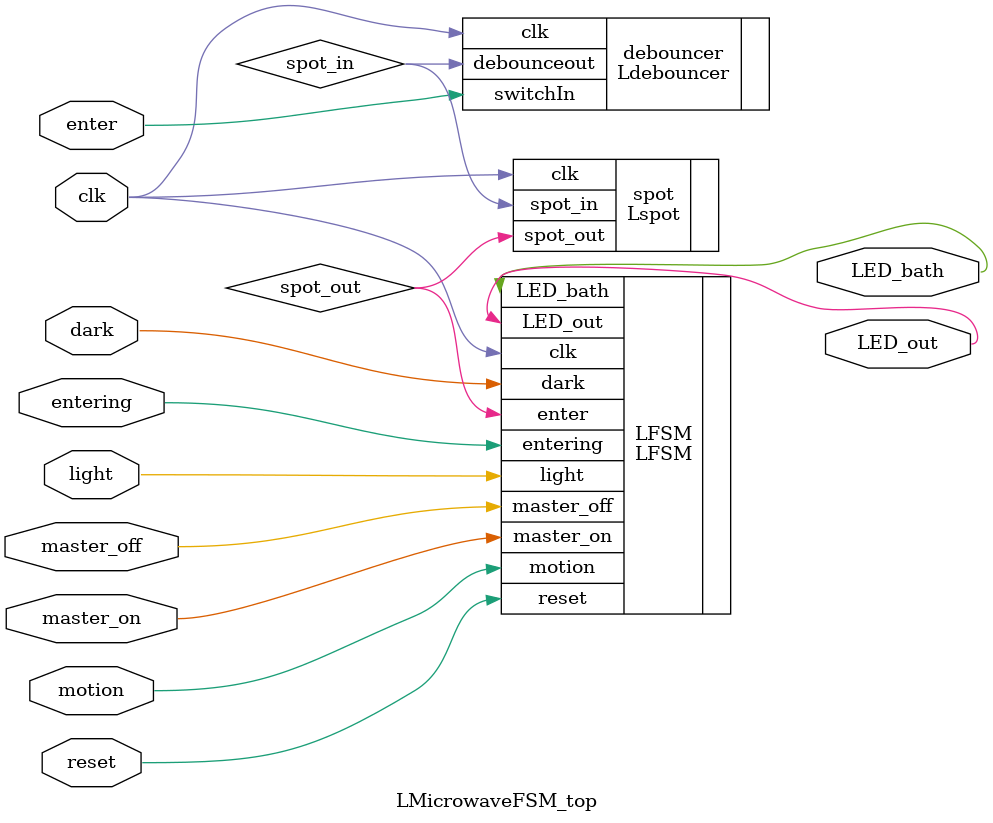
<source format=v>
`timescale 1ns / 1ps


module LMicrowaveFSM_top(
    input wire clk,
    input wire reset,
    input wire enter,
    input wire dark,
    input wire entering,
    input wire motion,
    input wire master_off,
    input wire master_on,
    output wire LED_bath,
    output wire LED_out,
    input wire light
    );
    
    wire spot_in;
    wire spot_out;
    
    Ldebouncer debouncer (.clk(clk), .switchIn(enter), .debounceout(spot_in));

    Lspot spot (.clk(clk),.spot_in(spot_in), .spot_out(spot_out));
    
    LFSM LFSM (.light(light), .clk(clk),.reset(reset),.enter(spot_out),.dark(dark),.entering(entering),.motion(motion),.master_off(master_off),.master_on(master_on), .LED_bath(LED_bath),.LED_out(LED_out));
    
endmodule

</source>
